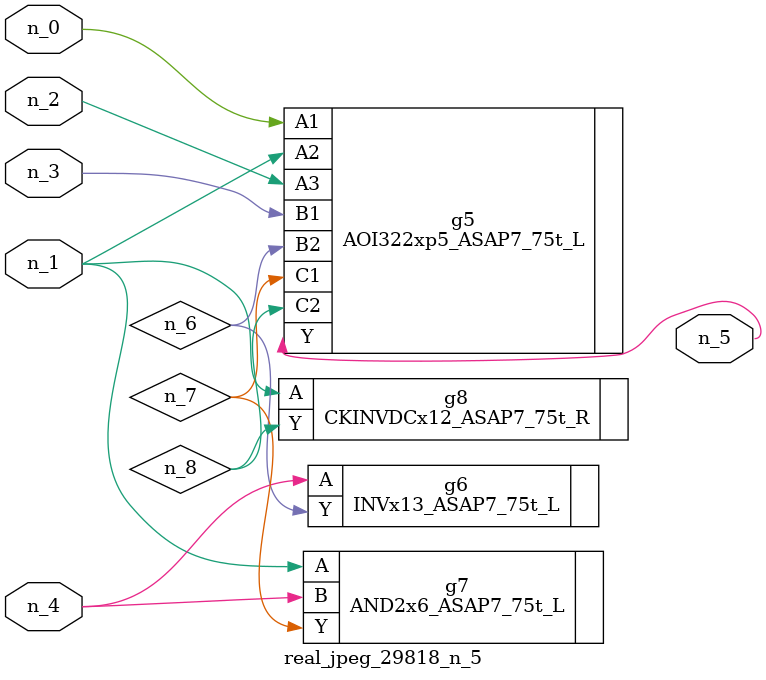
<source format=v>
module real_jpeg_29818_n_5 (n_4, n_0, n_1, n_2, n_3, n_5);

input n_4;
input n_0;
input n_1;
input n_2;
input n_3;

output n_5;

wire n_8;
wire n_6;
wire n_7;

AOI322xp5_ASAP7_75t_L g5 ( 
.A1(n_0),
.A2(n_1),
.A3(n_2),
.B1(n_3),
.B2(n_6),
.C1(n_7),
.C2(n_8),
.Y(n_5)
);

AND2x6_ASAP7_75t_L g7 ( 
.A(n_1),
.B(n_4),
.Y(n_7)
);

CKINVDCx12_ASAP7_75t_R g8 ( 
.A(n_1),
.Y(n_8)
);

INVx13_ASAP7_75t_L g6 ( 
.A(n_4),
.Y(n_6)
);


endmodule
</source>
